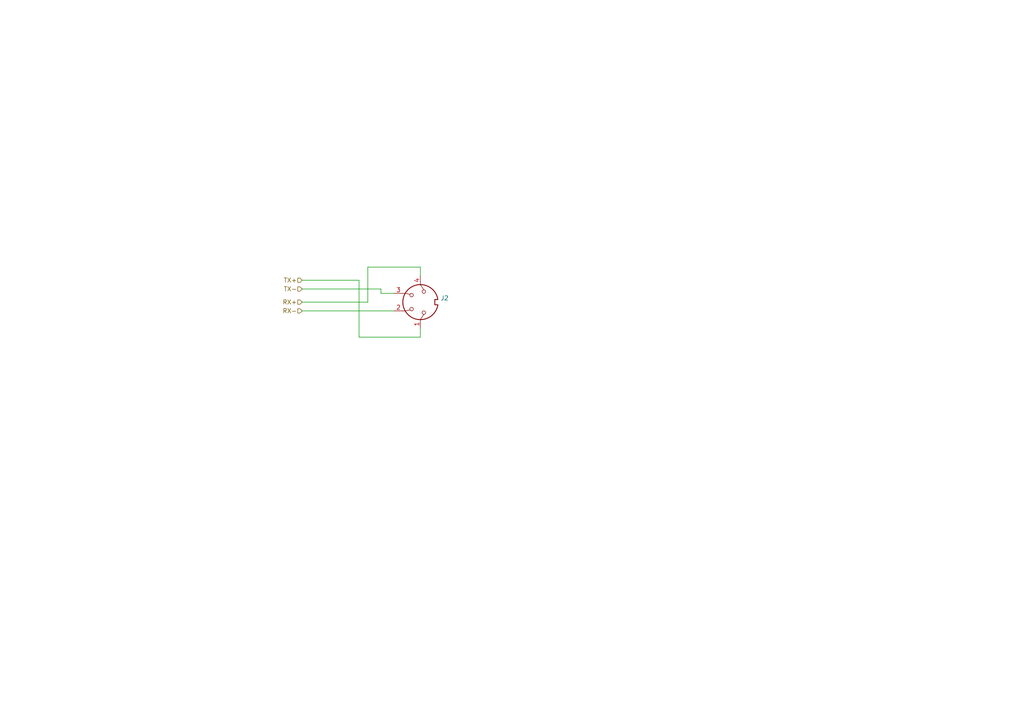
<source format=kicad_sch>
(kicad_sch (version 20211123) (generator eeschema)

  (uuid 6374af81-eb99-47c9-9795-8416c35ddfad)

  (paper "A4")

  (lib_symbols
    (symbol "Connector:DIN-4" (pin_names (offset 1.016)) (in_bom yes) (on_board yes)
      (property "Reference" "J" (id 0) (at 5.334 5.08 0)
        (effects (font (size 1.27 1.27)))
      )
      (property "Value" "DIN-4" (id 1) (at 0 -6.35 0)
        (effects (font (size 1.27 1.27)))
      )
      (property "Footprint" "" (id 2) (at 0 0 0)
        (effects (font (size 1.27 1.27)) hide)
      )
      (property "Datasheet" "http://www.mouser.com/ds/2/18/40_c091_abd_e-75918.pdf" (id 3) (at 0 0 0)
        (effects (font (size 1.27 1.27)) hide)
      )
      (property "ki_keywords" "circular DIN connector" (id 4) (at 0 0 0)
        (effects (font (size 1.27 1.27)) hide)
      )
      (property "ki_description" "4-pin DIN connector" (id 5) (at 0 0 0)
        (effects (font (size 1.27 1.27)) hide)
      )
      (property "ki_fp_filters" "DIN*" (id 6) (at 0 0 0)
        (effects (font (size 1.27 1.27)) hide)
      )
      (symbol "DIN-4_0_1"
        (arc (start -5.08 0) (mid -3.8609 -3.3364) (end -0.762 -5.08)
          (stroke (width 0.254) (type default) (color 0 0 0 0))
          (fill (type none))
        )
        (circle (center -3.048 -1.016) (radius 0.508)
          (stroke (width 0) (type default) (color 0 0 0 0))
          (fill (type none))
        )
        (circle (center -2.032 2.54) (radius 0.508)
          (stroke (width 0) (type default) (color 0 0 0 0))
          (fill (type none))
        )
        (polyline
          (pts
            (xy -3.556 -1.016)
            (xy -5.08 0)
          )
          (stroke (width 0) (type default) (color 0 0 0 0))
          (fill (type none))
        )
        (polyline
          (pts
            (xy 5.08 0)
            (xy 3.556 -1.016)
          )
          (stroke (width 0) (type default) (color 0 0 0 0))
          (fill (type none))
        )
        (polyline
          (pts
            (xy -2.54 5.08)
            (xy -2.54 4.318)
            (xy -2.286 3.048)
          )
          (stroke (width 0) (type default) (color 0 0 0 0))
          (fill (type none))
        )
        (polyline
          (pts
            (xy 2.54 5.08)
            (xy 2.54 4.318)
            (xy 2.286 3.048)
          )
          (stroke (width 0) (type default) (color 0 0 0 0))
          (fill (type none))
        )
        (polyline
          (pts
            (xy -0.762 -4.953)
            (xy -0.762 -4.191)
            (xy 0.762 -4.191)
            (xy 0.762 -4.953)
          )
          (stroke (width 0.254) (type default) (color 0 0 0 0))
          (fill (type none))
        )
        (arc (start 0.762 -5.08) (mid 3.8685 -3.343) (end 5.08 0)
          (stroke (width 0.254) (type default) (color 0 0 0 0))
          (fill (type none))
        )
        (circle (center 2.032 2.54) (radius 0.508)
          (stroke (width 0) (type default) (color 0 0 0 0))
          (fill (type none))
        )
        (circle (center 3.048 -1.016) (radius 0.508)
          (stroke (width 0) (type default) (color 0 0 0 0))
          (fill (type none))
        )
        (arc (start 5.08 0) (mid 0 5.08) (end -5.08 0)
          (stroke (width 0.254) (type default) (color 0 0 0 0))
          (fill (type none))
        )
      )
      (symbol "DIN-4_1_1"
        (pin passive line (at -7.62 0 0) (length 2.54)
          (name "~" (effects (font (size 1.27 1.27))))
          (number "1" (effects (font (size 1.27 1.27))))
        )
        (pin passive line (at -2.54 7.62 270) (length 2.54)
          (name "~" (effects (font (size 1.27 1.27))))
          (number "2" (effects (font (size 1.27 1.27))))
        )
        (pin passive line (at 2.54 7.62 270) (length 2.54)
          (name "~" (effects (font (size 1.27 1.27))))
          (number "3" (effects (font (size 1.27 1.27))))
        )
        (pin passive line (at 7.62 0 180) (length 2.54)
          (name "~" (effects (font (size 1.27 1.27))))
          (number "4" (effects (font (size 1.27 1.27))))
        )
      )
    )
  )


  (wire (pts (xy 104.14 97.79) (xy 104.14 81.28))
    (stroke (width 0) (type default) (color 0 0 0 0))
    (uuid 24110e4b-feac-4e49-aa78-e34d93161508)
  )
  (wire (pts (xy 121.92 97.79) (xy 104.14 97.79))
    (stroke (width 0) (type default) (color 0 0 0 0))
    (uuid 244b38bb-191e-4f61-a3e5-683b2b4c8415)
  )
  (wire (pts (xy 121.92 77.47) (xy 106.68 77.47))
    (stroke (width 0) (type default) (color 0 0 0 0))
    (uuid 49057474-1ab4-439f-8150-c5abcbe5ce1a)
  )
  (wire (pts (xy 87.63 90.17) (xy 114.3 90.17))
    (stroke (width 0) (type default) (color 0 0 0 0))
    (uuid 59e9e8f4-ae9d-4a31-89d9-4b286f38b3c6)
  )
  (wire (pts (xy 121.92 95.25) (xy 121.92 97.79))
    (stroke (width 0) (type default) (color 0 0 0 0))
    (uuid 6b210737-ae8e-4027-9dad-cf24ee306387)
  )
  (wire (pts (xy 110.49 85.09) (xy 110.49 83.82))
    (stroke (width 0) (type default) (color 0 0 0 0))
    (uuid 9f160a04-4a95-4039-92f4-c3b6bfdc2aa0)
  )
  (wire (pts (xy 106.68 87.63) (xy 87.63 87.63))
    (stroke (width 0) (type default) (color 0 0 0 0))
    (uuid b0c16bf2-3787-443e-816b-e9cad57653d9)
  )
  (wire (pts (xy 104.14 81.28) (xy 87.63 81.28))
    (stroke (width 0) (type default) (color 0 0 0 0))
    (uuid cc584a28-ce12-450b-acaa-245c968e6f1b)
  )
  (wire (pts (xy 114.3 85.09) (xy 110.49 85.09))
    (stroke (width 0) (type default) (color 0 0 0 0))
    (uuid d1718bf9-3bc7-41b4-81bd-0869ddaa0dd5)
  )
  (wire (pts (xy 121.92 80.01) (xy 121.92 77.47))
    (stroke (width 0) (type default) (color 0 0 0 0))
    (uuid d18a8db0-e587-4a3b-a253-ac8295319103)
  )
  (wire (pts (xy 106.68 77.47) (xy 106.68 87.63))
    (stroke (width 0) (type default) (color 0 0 0 0))
    (uuid ea08e89a-c071-4be1-b3ca-83f09d890745)
  )
  (wire (pts (xy 110.49 83.82) (xy 87.63 83.82))
    (stroke (width 0) (type default) (color 0 0 0 0))
    (uuid f0165f8d-8da2-4903-a036-29962a03a1f9)
  )

  (hierarchical_label "TX-" (shape input) (at 87.63 83.82 180)
    (effects (font (size 1.27 1.27)) (justify right))
    (uuid 1afcce89-9b86-4476-a627-24de1df120c6)
  )
  (hierarchical_label "RX-" (shape input) (at 87.63 90.17 180)
    (effects (font (size 1.27 1.27)) (justify right))
    (uuid 6db55c4b-6d33-438a-a50c-99e326498922)
  )
  (hierarchical_label "RX+" (shape input) (at 87.63 87.63 180)
    (effects (font (size 1.27 1.27)) (justify right))
    (uuid b33297fb-dc47-4dd6-912a-cdac9df88f1a)
  )
  (hierarchical_label "TX+" (shape input) (at 87.63 81.28 180)
    (effects (font (size 1.27 1.27)) (justify right))
    (uuid ffbcd56e-eead-43d2-b7f6-86813acfe3b1)
  )

  (symbol (lib_id "Connector:DIN-4") (at 121.92 87.63 90) (unit 1)
    (in_bom yes) (on_board yes)
    (uuid 20bf1f96-1d2d-426a-a3b2-eab2fb9f6545)
    (property "Reference" "J2" (id 0) (at 127.762 86.4616 90)
      (effects (font (size 1.27 1.27)) (justify right))
    )
    (property "Value" "" (id 1) (at 127.762 88.773 90)
      (effects (font (size 1.27 1.27)) (justify right))
    )
    (property "Footprint" "" (id 2) (at 121.92 87.63 0)
      (effects (font (size 1.27 1.27)) hide)
    )
    (property "Datasheet" "http://www.mouser.com/ds/2/18/40_c091_abd_e-75918.pdf" (id 3) (at 121.92 87.63 0)
      (effects (font (size 1.27 1.27)) hide)
    )
    (property "Digi-Key_PN" "M12D-04PFFP-SF8001" (id 4) (at 121.92 87.63 0)
      (effects (font (size 1.27 1.27)) hide)
    )
    (pin "1" (uuid 040e50f8-ed51-45f8-8f29-4b02cd1e7518))
    (pin "2" (uuid 06f1b85f-f9fa-44f1-8ea7-9996d7f42cef))
    (pin "3" (uuid 39989561-ac54-497b-8ac0-78a0565c8027))
    (pin "4" (uuid 4ac09485-809e-4e37-8ae4-aa879a52aa43))
  )
)

</source>
